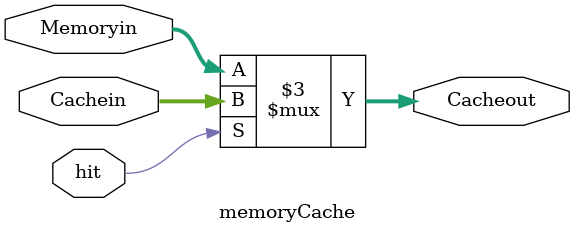
<source format=sv>
module memoryCache #(
    parameter WD = 32 // WordData width
)(
    input  logic              hit,          // Hit signal
    input  logic [WD-1:0]     Cachein,      // Cache output data
    input  logic [WD-1:0]     Memoryin,     // Memory data input
    output logic [WD-1:0]     Cacheout      // Cache output data
);
    
    always_comb begin
        if (hit) begin
            Cacheout = Cachein;
        end else begin
            Cacheout = Memoryin;
        end
    end

endmodule

</source>
